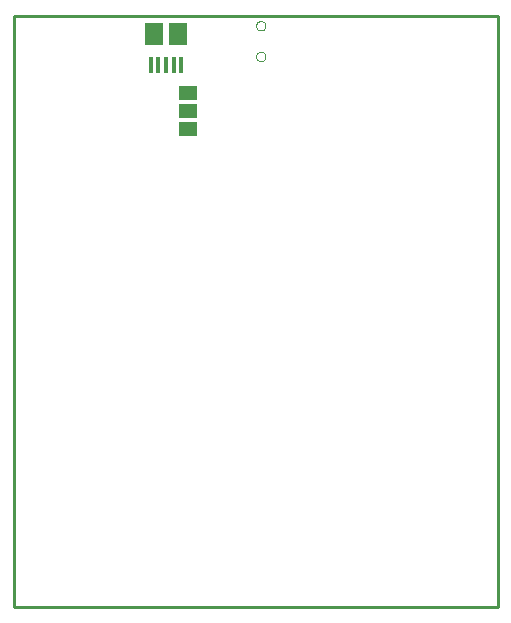
<source format=gtp>
G75*
%MOIN*%
%OFA0B0*%
%FSLAX24Y24*%
%IPPOS*%
%LPD*%
%AMOC8*
5,1,8,0,0,1.08239X$1,22.5*
%
%ADD10C,0.0100*%
%ADD11C,0.0000*%
%ADD12R,0.0157X0.0531*%
%ADD13R,0.0591X0.0748*%
%ADD14R,0.0630X0.0460*%
D10*
X004503Y003075D02*
X004503Y022760D01*
X020645Y022760D01*
X020645Y003075D01*
X004503Y003075D01*
D11*
X012582Y021417D02*
X012584Y021442D01*
X012590Y021466D01*
X012599Y021488D01*
X012612Y021509D01*
X012628Y021528D01*
X012647Y021544D01*
X012668Y021557D01*
X012690Y021566D01*
X012714Y021572D01*
X012739Y021574D01*
X012764Y021572D01*
X012788Y021566D01*
X012810Y021557D01*
X012831Y021544D01*
X012850Y021528D01*
X012866Y021509D01*
X012879Y021488D01*
X012888Y021466D01*
X012894Y021442D01*
X012896Y021417D01*
X012894Y021392D01*
X012888Y021368D01*
X012879Y021346D01*
X012866Y021325D01*
X012850Y021306D01*
X012831Y021290D01*
X012810Y021277D01*
X012788Y021268D01*
X012764Y021262D01*
X012739Y021260D01*
X012714Y021262D01*
X012690Y021268D01*
X012668Y021277D01*
X012647Y021290D01*
X012628Y021306D01*
X012612Y021325D01*
X012599Y021346D01*
X012590Y021368D01*
X012584Y021392D01*
X012582Y021417D01*
X012582Y022440D02*
X012584Y022465D01*
X012590Y022489D01*
X012599Y022511D01*
X012612Y022532D01*
X012628Y022551D01*
X012647Y022567D01*
X012668Y022580D01*
X012690Y022589D01*
X012714Y022595D01*
X012739Y022597D01*
X012764Y022595D01*
X012788Y022589D01*
X012810Y022580D01*
X012831Y022567D01*
X012850Y022551D01*
X012866Y022532D01*
X012879Y022511D01*
X012888Y022489D01*
X012894Y022465D01*
X012896Y022440D01*
X012894Y022415D01*
X012888Y022391D01*
X012879Y022369D01*
X012866Y022348D01*
X012850Y022329D01*
X012831Y022313D01*
X012810Y022300D01*
X012788Y022291D01*
X012764Y022285D01*
X012739Y022283D01*
X012714Y022285D01*
X012690Y022291D01*
X012668Y022300D01*
X012647Y022313D01*
X012628Y022329D01*
X012612Y022348D01*
X012599Y022369D01*
X012590Y022391D01*
X012584Y022415D01*
X012582Y022440D01*
D12*
X010094Y021117D03*
X009838Y021117D03*
X009582Y021117D03*
X009326Y021117D03*
X009070Y021117D03*
D13*
X009188Y022166D03*
X009976Y022170D03*
D14*
X010330Y020211D03*
X010330Y019611D03*
X010330Y019011D03*
M02*

</source>
